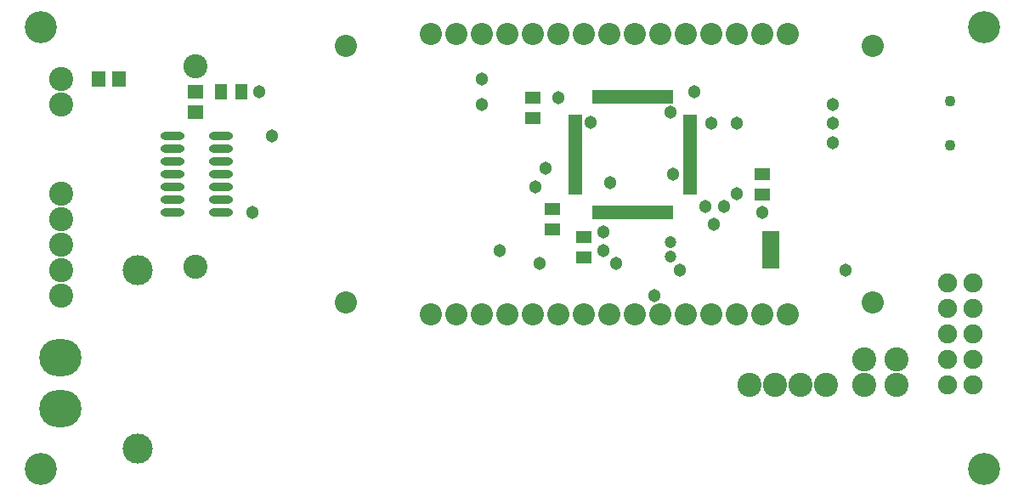
<source format=gbr>
%TF.GenerationSoftware,Altium Limited,Altium Designer,19.1.5 (86)*%
G04 Layer_Color=16711935*
%FSLAX43Y43*%
%MOMM*%
%TF.FileFunction,Soldermask,Bot*%
%TF.Part,Single*%
G01*
G75*
%TA.AperFunction,SMDPad,CuDef*%
%ADD52R,1.703X3.703*%
%ADD53O,2.403X0.803*%
%ADD54R,1.603X1.403*%
%ADD55R,1.403X1.603*%
%ADD56R,1.403X0.503*%
%ADD57R,0.503X1.403*%
%ADD58R,1.503X1.203*%
%ADD59R,1.203X1.503*%
%TA.AperFunction,ComponentPad*%
%ADD60C,1.203*%
%ADD61C,2.403*%
%ADD62C,2.203*%
%ADD63C,3.003*%
%ADD64C,1.903*%
%ADD65O,4.203X3.703*%
%ADD66C,1.103*%
%TA.AperFunction,WasherPad*%
%ADD67C,3.203*%
%TA.AperFunction,ViaPad*%
%ADD68C,1.303*%
D52*
X75786Y24892D02*
D03*
D53*
X16155Y28575D02*
D03*
Y31115D02*
D03*
Y29845D02*
D03*
X20955D02*
D03*
Y31115D02*
D03*
Y28575D02*
D03*
Y32385D02*
D03*
Y34925D02*
D03*
Y36195D02*
D03*
Y33655D02*
D03*
X16155Y32385D02*
D03*
Y34925D02*
D03*
Y33655D02*
D03*
Y36195D02*
D03*
D54*
X18415Y40640D02*
D03*
Y38608D02*
D03*
D55*
X8763Y41910D02*
D03*
X10795D02*
D03*
D56*
X67750Y38080D02*
D03*
Y33080D02*
D03*
Y36580D02*
D03*
Y36080D02*
D03*
Y35580D02*
D03*
Y35080D02*
D03*
Y34580D02*
D03*
Y34080D02*
D03*
Y33580D02*
D03*
Y37080D02*
D03*
Y37580D02*
D03*
Y32580D02*
D03*
Y32080D02*
D03*
Y31580D02*
D03*
Y31080D02*
D03*
Y30580D02*
D03*
X56250Y35080D02*
D03*
Y35580D02*
D03*
Y36080D02*
D03*
Y36580D02*
D03*
Y37080D02*
D03*
Y37580D02*
D03*
Y38080D02*
D03*
Y34580D02*
D03*
Y34080D02*
D03*
Y33580D02*
D03*
Y33080D02*
D03*
Y32580D02*
D03*
Y32080D02*
D03*
Y31580D02*
D03*
Y31080D02*
D03*
Y30580D02*
D03*
D57*
X65750Y40080D02*
D03*
X65250D02*
D03*
X64750D02*
D03*
X64250D02*
D03*
X63750D02*
D03*
X58750D02*
D03*
X59250D02*
D03*
X62750D02*
D03*
X62250D02*
D03*
X61750D02*
D03*
X61250D02*
D03*
X60750D02*
D03*
X60250D02*
D03*
X59750D02*
D03*
X63250D02*
D03*
X58250D02*
D03*
X65750Y28580D02*
D03*
X65250D02*
D03*
X64750D02*
D03*
X64250D02*
D03*
X63750D02*
D03*
X63250D02*
D03*
X62750D02*
D03*
X62250D02*
D03*
X61750D02*
D03*
X58250D02*
D03*
X58750D02*
D03*
X59250D02*
D03*
X59750D02*
D03*
X60250D02*
D03*
X60750D02*
D03*
X61250D02*
D03*
D58*
X53975Y26924D02*
D03*
Y28956D02*
D03*
X57150Y24130D02*
D03*
Y26162D02*
D03*
X74930Y30353D02*
D03*
Y32385D02*
D03*
X52070Y37973D02*
D03*
Y40005D02*
D03*
D59*
X22987Y40640D02*
D03*
X20955D02*
D03*
D60*
X65786Y25642D02*
D03*
Y24142D02*
D03*
D61*
X81280Y11430D02*
D03*
X78740D02*
D03*
X76200D02*
D03*
X73660D02*
D03*
X5080Y20320D02*
D03*
Y22860D02*
D03*
Y25400D02*
D03*
Y27940D02*
D03*
Y30480D02*
D03*
X85090Y11430D02*
D03*
Y13970D02*
D03*
X88265D02*
D03*
Y11430D02*
D03*
X5080Y41910D02*
D03*
Y39370D02*
D03*
X18415Y23180D02*
D03*
Y43180D02*
D03*
D62*
X41910Y46355D02*
D03*
X44450D02*
D03*
X46990D02*
D03*
X49530D02*
D03*
X52070D02*
D03*
X54610D02*
D03*
X57150D02*
D03*
X59690D02*
D03*
X62230D02*
D03*
X64770D02*
D03*
X67310D02*
D03*
X69850D02*
D03*
X72390D02*
D03*
X74930D02*
D03*
X77470D02*
D03*
Y18415D02*
D03*
X74930D02*
D03*
X72390D02*
D03*
X69850D02*
D03*
X67310D02*
D03*
X64770D02*
D03*
X62230D02*
D03*
X59690D02*
D03*
X57150D02*
D03*
X54610D02*
D03*
X52070D02*
D03*
X49530D02*
D03*
X46990D02*
D03*
X44450D02*
D03*
X41910D02*
D03*
X33440Y19635D02*
D03*
Y45135D02*
D03*
X85940D02*
D03*
Y19635D02*
D03*
D63*
X12700Y22860D02*
D03*
Y5080D02*
D03*
D64*
X95885Y21590D02*
D03*
Y19050D02*
D03*
Y16510D02*
D03*
Y13970D02*
D03*
Y11430D02*
D03*
X93345D02*
D03*
Y13970D02*
D03*
Y16510D02*
D03*
Y19050D02*
D03*
Y21590D02*
D03*
D65*
X5000Y14080D02*
D03*
Y9000D02*
D03*
D66*
X93650Y39665D02*
D03*
Y35265D02*
D03*
D67*
X97000Y47000D02*
D03*
X3000D02*
D03*
Y3000D02*
D03*
X97000Y3000D02*
D03*
D68*
X52705Y23495D02*
D03*
X60325D02*
D03*
X48768Y24765D02*
D03*
X70104Y27432D02*
D03*
X64135Y20320D02*
D03*
X66675Y22860D02*
D03*
X66040Y32385D02*
D03*
X69215Y29210D02*
D03*
X59055Y26670D02*
D03*
Y24765D02*
D03*
X24765Y40640D02*
D03*
X83185Y22860D02*
D03*
X59750Y31580D02*
D03*
X74930Y28575D02*
D03*
X24130D02*
D03*
X53340Y33020D02*
D03*
X57785Y37580D02*
D03*
X26035Y36195D02*
D03*
X54610Y40005D02*
D03*
X71120Y29210D02*
D03*
X72390Y30480D02*
D03*
X46990Y39370D02*
D03*
Y41910D02*
D03*
X81915Y35560D02*
D03*
Y37465D02*
D03*
Y39370D02*
D03*
X68104Y40640D02*
D03*
X72390Y37465D02*
D03*
X69850D02*
D03*
X52330Y31080D02*
D03*
X65750Y38580D02*
D03*
%TF.MD5,e482035cf8566353ce9c5da751e3770c*%
M02*

</source>
